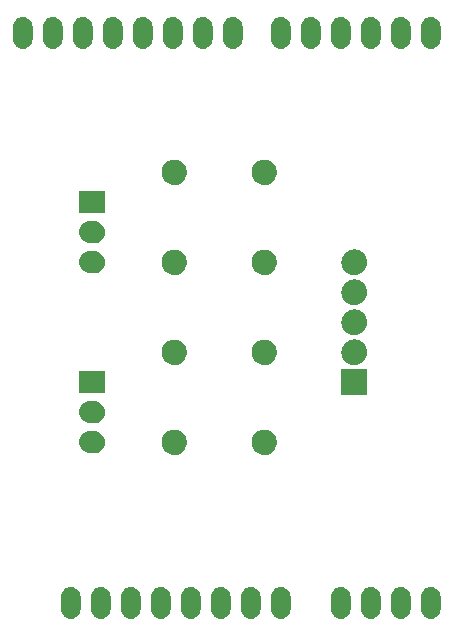
<source format=gbs>
%TF.GenerationSoftware,KiCad,Pcbnew,4.0.5-e0-6337~49~ubuntu16.04.1*%
%TF.CreationDate,2017-05-08T14:00:32-07:00*%
%TF.ProjectId,Arduino-Shield,41726475696E6F2D536869656C642E6B,1.0*%
%TF.FileFunction,Soldermask,Bot*%
%FSLAX46Y46*%
G04 Gerber Fmt 4.6, Leading zero omitted, Abs format (unit mm)*
G04 Created by KiCad (PCBNEW 4.0.5-e0-6337~49~ubuntu16.04.1) date Mon May  8 14:00:32 2017*
%MOMM*%
%LPD*%
G01*
G04 APERTURE LIST*
%ADD10C,0.350000*%
G04 APERTURE END LIST*
D10*
G36*
X59096544Y-97216406D02*
X59252816Y-97264780D01*
X59396715Y-97342587D01*
X59522762Y-97446862D01*
X59626155Y-97573633D01*
X59702954Y-97718073D01*
X59750237Y-97874679D01*
X59766200Y-98037486D01*
X59766200Y-99066546D01*
X59766133Y-99076159D01*
X59766132Y-99076165D01*
X59766118Y-99078217D01*
X59747883Y-99240786D01*
X59698419Y-99396716D01*
X59619610Y-99540069D01*
X59514458Y-99665385D01*
X59386967Y-99767890D01*
X59241995Y-99843680D01*
X59085063Y-99889867D01*
X59085022Y-99889871D01*
X59085018Y-99889872D01*
X58922151Y-99904694D01*
X58922148Y-99904694D01*
X58759456Y-99887594D01*
X58603184Y-99839220D01*
X58459285Y-99761413D01*
X58333238Y-99657138D01*
X58229845Y-99530367D01*
X58153046Y-99385927D01*
X58105763Y-99229321D01*
X58089800Y-99066514D01*
X58089800Y-98037454D01*
X58089867Y-98027841D01*
X58089868Y-98027835D01*
X58089882Y-98025783D01*
X58108117Y-97863214D01*
X58157581Y-97707284D01*
X58236390Y-97563931D01*
X58341542Y-97438615D01*
X58469033Y-97336110D01*
X58614005Y-97260320D01*
X58770937Y-97214133D01*
X58770978Y-97214129D01*
X58770982Y-97214128D01*
X58933850Y-97199306D01*
X58933852Y-97199306D01*
X59096544Y-97216406D01*
X59096544Y-97216406D01*
G37*
G36*
X31156544Y-97216406D02*
X31312816Y-97264780D01*
X31456715Y-97342587D01*
X31582762Y-97446862D01*
X31686155Y-97573633D01*
X31762954Y-97718073D01*
X31810237Y-97874679D01*
X31826200Y-98037486D01*
X31826200Y-99066546D01*
X31826133Y-99076159D01*
X31826132Y-99076165D01*
X31826118Y-99078217D01*
X31807883Y-99240786D01*
X31758419Y-99396716D01*
X31679610Y-99540069D01*
X31574458Y-99665385D01*
X31446967Y-99767890D01*
X31301995Y-99843680D01*
X31145063Y-99889867D01*
X31145022Y-99889871D01*
X31145018Y-99889872D01*
X30982151Y-99904694D01*
X30982148Y-99904694D01*
X30819456Y-99887594D01*
X30663184Y-99839220D01*
X30519285Y-99761413D01*
X30393238Y-99657138D01*
X30289845Y-99530367D01*
X30213046Y-99385927D01*
X30165763Y-99229321D01*
X30149800Y-99066514D01*
X30149800Y-98037454D01*
X30149867Y-98027841D01*
X30149868Y-98027835D01*
X30149882Y-98025783D01*
X30168117Y-97863214D01*
X30217581Y-97707284D01*
X30296390Y-97563931D01*
X30401542Y-97438615D01*
X30529033Y-97336110D01*
X30674005Y-97260320D01*
X30830937Y-97214133D01*
X30830978Y-97214129D01*
X30830982Y-97214128D01*
X30993850Y-97199306D01*
X30993852Y-97199306D01*
X31156544Y-97216406D01*
X31156544Y-97216406D01*
G37*
G36*
X51476544Y-97216406D02*
X51632816Y-97264780D01*
X51776715Y-97342587D01*
X51902762Y-97446862D01*
X52006155Y-97573633D01*
X52082954Y-97718073D01*
X52130237Y-97874679D01*
X52146200Y-98037486D01*
X52146200Y-99066546D01*
X52146133Y-99076159D01*
X52146132Y-99076165D01*
X52146118Y-99078217D01*
X52127883Y-99240786D01*
X52078419Y-99396716D01*
X51999610Y-99540069D01*
X51894458Y-99665385D01*
X51766967Y-99767890D01*
X51621995Y-99843680D01*
X51465063Y-99889867D01*
X51465022Y-99889871D01*
X51465018Y-99889872D01*
X51302151Y-99904694D01*
X51302148Y-99904694D01*
X51139456Y-99887594D01*
X50983184Y-99839220D01*
X50839285Y-99761413D01*
X50713238Y-99657138D01*
X50609845Y-99530367D01*
X50533046Y-99385927D01*
X50485763Y-99229321D01*
X50469800Y-99066514D01*
X50469800Y-98037454D01*
X50469867Y-98027841D01*
X50469868Y-98027835D01*
X50469882Y-98025783D01*
X50488117Y-97863214D01*
X50537581Y-97707284D01*
X50616390Y-97563931D01*
X50721542Y-97438615D01*
X50849033Y-97336110D01*
X50994005Y-97260320D01*
X51150937Y-97214133D01*
X51150978Y-97214129D01*
X51150982Y-97214128D01*
X51313850Y-97199306D01*
X51313852Y-97199306D01*
X51476544Y-97216406D01*
X51476544Y-97216406D01*
G37*
G36*
X54016544Y-97216406D02*
X54172816Y-97264780D01*
X54316715Y-97342587D01*
X54442762Y-97446862D01*
X54546155Y-97573633D01*
X54622954Y-97718073D01*
X54670237Y-97874679D01*
X54686200Y-98037486D01*
X54686200Y-99066546D01*
X54686133Y-99076159D01*
X54686132Y-99076165D01*
X54686118Y-99078217D01*
X54667883Y-99240786D01*
X54618419Y-99396716D01*
X54539610Y-99540069D01*
X54434458Y-99665385D01*
X54306967Y-99767890D01*
X54161995Y-99843680D01*
X54005063Y-99889867D01*
X54005022Y-99889871D01*
X54005018Y-99889872D01*
X53842151Y-99904694D01*
X53842148Y-99904694D01*
X53679456Y-99887594D01*
X53523184Y-99839220D01*
X53379285Y-99761413D01*
X53253238Y-99657138D01*
X53149845Y-99530367D01*
X53073046Y-99385927D01*
X53025763Y-99229321D01*
X53009800Y-99066514D01*
X53009800Y-98037454D01*
X53009867Y-98027841D01*
X53009868Y-98027835D01*
X53009882Y-98025783D01*
X53028117Y-97863214D01*
X53077581Y-97707284D01*
X53156390Y-97563931D01*
X53261542Y-97438615D01*
X53389033Y-97336110D01*
X53534005Y-97260320D01*
X53690937Y-97214133D01*
X53690978Y-97214129D01*
X53690982Y-97214128D01*
X53853850Y-97199306D01*
X53853852Y-97199306D01*
X54016544Y-97216406D01*
X54016544Y-97216406D01*
G37*
G36*
X56556544Y-97216406D02*
X56712816Y-97264780D01*
X56856715Y-97342587D01*
X56982762Y-97446862D01*
X57086155Y-97573633D01*
X57162954Y-97718073D01*
X57210237Y-97874679D01*
X57226200Y-98037486D01*
X57226200Y-99066546D01*
X57226133Y-99076159D01*
X57226132Y-99076165D01*
X57226118Y-99078217D01*
X57207883Y-99240786D01*
X57158419Y-99396716D01*
X57079610Y-99540069D01*
X56974458Y-99665385D01*
X56846967Y-99767890D01*
X56701995Y-99843680D01*
X56545063Y-99889867D01*
X56545022Y-99889871D01*
X56545018Y-99889872D01*
X56382151Y-99904694D01*
X56382148Y-99904694D01*
X56219456Y-99887594D01*
X56063184Y-99839220D01*
X55919285Y-99761413D01*
X55793238Y-99657138D01*
X55689845Y-99530367D01*
X55613046Y-99385927D01*
X55565763Y-99229321D01*
X55549800Y-99066514D01*
X55549800Y-98037454D01*
X55549867Y-98027841D01*
X55549868Y-98027835D01*
X55549882Y-98025783D01*
X55568117Y-97863214D01*
X55617581Y-97707284D01*
X55696390Y-97563931D01*
X55801542Y-97438615D01*
X55929033Y-97336110D01*
X56074005Y-97260320D01*
X56230937Y-97214133D01*
X56230978Y-97214129D01*
X56230982Y-97214128D01*
X56393850Y-97199306D01*
X56393852Y-97199306D01*
X56556544Y-97216406D01*
X56556544Y-97216406D01*
G37*
G36*
X46396544Y-97216406D02*
X46552816Y-97264780D01*
X46696715Y-97342587D01*
X46822762Y-97446862D01*
X46926155Y-97573633D01*
X47002954Y-97718073D01*
X47050237Y-97874679D01*
X47066200Y-98037486D01*
X47066200Y-99066546D01*
X47066133Y-99076159D01*
X47066132Y-99076165D01*
X47066118Y-99078217D01*
X47047883Y-99240786D01*
X46998419Y-99396716D01*
X46919610Y-99540069D01*
X46814458Y-99665385D01*
X46686967Y-99767890D01*
X46541995Y-99843680D01*
X46385063Y-99889867D01*
X46385022Y-99889871D01*
X46385018Y-99889872D01*
X46222151Y-99904694D01*
X46222148Y-99904694D01*
X46059456Y-99887594D01*
X45903184Y-99839220D01*
X45759285Y-99761413D01*
X45633238Y-99657138D01*
X45529845Y-99530367D01*
X45453046Y-99385927D01*
X45405763Y-99229321D01*
X45389800Y-99066514D01*
X45389800Y-98037454D01*
X45389867Y-98027841D01*
X45389868Y-98027835D01*
X45389882Y-98025783D01*
X45408117Y-97863214D01*
X45457581Y-97707284D01*
X45536390Y-97563931D01*
X45641542Y-97438615D01*
X45769033Y-97336110D01*
X45914005Y-97260320D01*
X46070937Y-97214133D01*
X46070978Y-97214129D01*
X46070982Y-97214128D01*
X46233850Y-97199306D01*
X46233852Y-97199306D01*
X46396544Y-97216406D01*
X46396544Y-97216406D01*
G37*
G36*
X41316544Y-97216406D02*
X41472816Y-97264780D01*
X41616715Y-97342587D01*
X41742762Y-97446862D01*
X41846155Y-97573633D01*
X41922954Y-97718073D01*
X41970237Y-97874679D01*
X41986200Y-98037486D01*
X41986200Y-99066546D01*
X41986133Y-99076159D01*
X41986132Y-99076165D01*
X41986118Y-99078217D01*
X41967883Y-99240786D01*
X41918419Y-99396716D01*
X41839610Y-99540069D01*
X41734458Y-99665385D01*
X41606967Y-99767890D01*
X41461995Y-99843680D01*
X41305063Y-99889867D01*
X41305022Y-99889871D01*
X41305018Y-99889872D01*
X41142151Y-99904694D01*
X41142148Y-99904694D01*
X40979456Y-99887594D01*
X40823184Y-99839220D01*
X40679285Y-99761413D01*
X40553238Y-99657138D01*
X40449845Y-99530367D01*
X40373046Y-99385927D01*
X40325763Y-99229321D01*
X40309800Y-99066514D01*
X40309800Y-98037454D01*
X40309867Y-98027841D01*
X40309868Y-98027835D01*
X40309882Y-98025783D01*
X40328117Y-97863214D01*
X40377581Y-97707284D01*
X40456390Y-97563931D01*
X40561542Y-97438615D01*
X40689033Y-97336110D01*
X40834005Y-97260320D01*
X40990937Y-97214133D01*
X40990978Y-97214129D01*
X40990982Y-97214128D01*
X41153850Y-97199306D01*
X41153852Y-97199306D01*
X41316544Y-97216406D01*
X41316544Y-97216406D01*
G37*
G36*
X28616544Y-97216406D02*
X28772816Y-97264780D01*
X28916715Y-97342587D01*
X29042762Y-97446862D01*
X29146155Y-97573633D01*
X29222954Y-97718073D01*
X29270237Y-97874679D01*
X29286200Y-98037486D01*
X29286200Y-99066546D01*
X29286133Y-99076159D01*
X29286132Y-99076165D01*
X29286118Y-99078217D01*
X29267883Y-99240786D01*
X29218419Y-99396716D01*
X29139610Y-99540069D01*
X29034458Y-99665385D01*
X28906967Y-99767890D01*
X28761995Y-99843680D01*
X28605063Y-99889867D01*
X28605022Y-99889871D01*
X28605018Y-99889872D01*
X28442151Y-99904694D01*
X28442148Y-99904694D01*
X28279456Y-99887594D01*
X28123184Y-99839220D01*
X27979285Y-99761413D01*
X27853238Y-99657138D01*
X27749845Y-99530367D01*
X27673046Y-99385927D01*
X27625763Y-99229321D01*
X27609800Y-99066514D01*
X27609800Y-98037454D01*
X27609867Y-98027841D01*
X27609868Y-98027835D01*
X27609882Y-98025783D01*
X27628117Y-97863214D01*
X27677581Y-97707284D01*
X27756390Y-97563931D01*
X27861542Y-97438615D01*
X27989033Y-97336110D01*
X28134005Y-97260320D01*
X28290937Y-97214133D01*
X28290978Y-97214129D01*
X28290982Y-97214128D01*
X28453850Y-97199306D01*
X28453852Y-97199306D01*
X28616544Y-97216406D01*
X28616544Y-97216406D01*
G37*
G36*
X38776544Y-97216406D02*
X38932816Y-97264780D01*
X39076715Y-97342587D01*
X39202762Y-97446862D01*
X39306155Y-97573633D01*
X39382954Y-97718073D01*
X39430237Y-97874679D01*
X39446200Y-98037486D01*
X39446200Y-99066546D01*
X39446133Y-99076159D01*
X39446132Y-99076165D01*
X39446118Y-99078217D01*
X39427883Y-99240786D01*
X39378419Y-99396716D01*
X39299610Y-99540069D01*
X39194458Y-99665385D01*
X39066967Y-99767890D01*
X38921995Y-99843680D01*
X38765063Y-99889867D01*
X38765022Y-99889871D01*
X38765018Y-99889872D01*
X38602151Y-99904694D01*
X38602148Y-99904694D01*
X38439456Y-99887594D01*
X38283184Y-99839220D01*
X38139285Y-99761413D01*
X38013238Y-99657138D01*
X37909845Y-99530367D01*
X37833046Y-99385927D01*
X37785763Y-99229321D01*
X37769800Y-99066514D01*
X37769800Y-98037454D01*
X37769867Y-98027841D01*
X37769868Y-98027835D01*
X37769882Y-98025783D01*
X37788117Y-97863214D01*
X37837581Y-97707284D01*
X37916390Y-97563931D01*
X38021542Y-97438615D01*
X38149033Y-97336110D01*
X38294005Y-97260320D01*
X38450937Y-97214133D01*
X38450978Y-97214129D01*
X38450982Y-97214128D01*
X38613850Y-97199306D01*
X38613852Y-97199306D01*
X38776544Y-97216406D01*
X38776544Y-97216406D01*
G37*
G36*
X33696544Y-97216406D02*
X33852816Y-97264780D01*
X33996715Y-97342587D01*
X34122762Y-97446862D01*
X34226155Y-97573633D01*
X34302954Y-97718073D01*
X34350237Y-97874679D01*
X34366200Y-98037486D01*
X34366200Y-99066546D01*
X34366133Y-99076159D01*
X34366132Y-99076165D01*
X34366118Y-99078217D01*
X34347883Y-99240786D01*
X34298419Y-99396716D01*
X34219610Y-99540069D01*
X34114458Y-99665385D01*
X33986967Y-99767890D01*
X33841995Y-99843680D01*
X33685063Y-99889867D01*
X33685022Y-99889871D01*
X33685018Y-99889872D01*
X33522151Y-99904694D01*
X33522148Y-99904694D01*
X33359456Y-99887594D01*
X33203184Y-99839220D01*
X33059285Y-99761413D01*
X32933238Y-99657138D01*
X32829845Y-99530367D01*
X32753046Y-99385927D01*
X32705763Y-99229321D01*
X32689800Y-99066514D01*
X32689800Y-98037454D01*
X32689867Y-98027841D01*
X32689868Y-98027835D01*
X32689882Y-98025783D01*
X32708117Y-97863214D01*
X32757581Y-97707284D01*
X32836390Y-97563931D01*
X32941542Y-97438615D01*
X33069033Y-97336110D01*
X33214005Y-97260320D01*
X33370937Y-97214133D01*
X33370978Y-97214129D01*
X33370982Y-97214128D01*
X33533850Y-97199306D01*
X33533852Y-97199306D01*
X33696544Y-97216406D01*
X33696544Y-97216406D01*
G37*
G36*
X36236544Y-97216406D02*
X36392816Y-97264780D01*
X36536715Y-97342587D01*
X36662762Y-97446862D01*
X36766155Y-97573633D01*
X36842954Y-97718073D01*
X36890237Y-97874679D01*
X36906200Y-98037486D01*
X36906200Y-99066546D01*
X36906133Y-99076159D01*
X36906132Y-99076165D01*
X36906118Y-99078217D01*
X36887883Y-99240786D01*
X36838419Y-99396716D01*
X36759610Y-99540069D01*
X36654458Y-99665385D01*
X36526967Y-99767890D01*
X36381995Y-99843680D01*
X36225063Y-99889867D01*
X36225022Y-99889871D01*
X36225018Y-99889872D01*
X36062151Y-99904694D01*
X36062148Y-99904694D01*
X35899456Y-99887594D01*
X35743184Y-99839220D01*
X35599285Y-99761413D01*
X35473238Y-99657138D01*
X35369845Y-99530367D01*
X35293046Y-99385927D01*
X35245763Y-99229321D01*
X35229800Y-99066514D01*
X35229800Y-98037454D01*
X35229867Y-98027841D01*
X35229868Y-98027835D01*
X35229882Y-98025783D01*
X35248117Y-97863214D01*
X35297581Y-97707284D01*
X35376390Y-97563931D01*
X35481542Y-97438615D01*
X35609033Y-97336110D01*
X35754005Y-97260320D01*
X35910937Y-97214133D01*
X35910978Y-97214129D01*
X35910982Y-97214128D01*
X36073850Y-97199306D01*
X36073852Y-97199306D01*
X36236544Y-97216406D01*
X36236544Y-97216406D01*
G37*
G36*
X43856544Y-97216406D02*
X44012816Y-97264780D01*
X44156715Y-97342587D01*
X44282762Y-97446862D01*
X44386155Y-97573633D01*
X44462954Y-97718073D01*
X44510237Y-97874679D01*
X44526200Y-98037486D01*
X44526200Y-99066546D01*
X44526133Y-99076159D01*
X44526132Y-99076165D01*
X44526118Y-99078217D01*
X44507883Y-99240786D01*
X44458419Y-99396716D01*
X44379610Y-99540069D01*
X44274458Y-99665385D01*
X44146967Y-99767890D01*
X44001995Y-99843680D01*
X43845063Y-99889867D01*
X43845022Y-99889871D01*
X43845018Y-99889872D01*
X43682151Y-99904694D01*
X43682148Y-99904694D01*
X43519456Y-99887594D01*
X43363184Y-99839220D01*
X43219285Y-99761413D01*
X43093238Y-99657138D01*
X42989845Y-99530367D01*
X42913046Y-99385927D01*
X42865763Y-99229321D01*
X42849800Y-99066514D01*
X42849800Y-98037454D01*
X42849867Y-98027841D01*
X42849868Y-98027835D01*
X42849882Y-98025783D01*
X42868117Y-97863214D01*
X42917581Y-97707284D01*
X42996390Y-97563931D01*
X43101542Y-97438615D01*
X43229033Y-97336110D01*
X43374005Y-97260320D01*
X43530937Y-97214133D01*
X43530978Y-97214129D01*
X43530982Y-97214128D01*
X43693850Y-97199306D01*
X43693852Y-97199306D01*
X43856544Y-97216406D01*
X43856544Y-97216406D01*
G37*
G36*
X37323988Y-83888024D02*
X37530626Y-83930441D01*
X37725104Y-84012192D01*
X37899991Y-84130155D01*
X38048636Y-84279841D01*
X38165375Y-84455548D01*
X38245763Y-84650584D01*
X38286669Y-84857174D01*
X38286669Y-84857184D01*
X38286736Y-84857523D01*
X38283372Y-85098472D01*
X38283295Y-85098810D01*
X38283295Y-85098819D01*
X38236637Y-85304187D01*
X38150836Y-85496899D01*
X38029234Y-85669280D01*
X37876466Y-85814759D01*
X37698353Y-85927793D01*
X37501672Y-86004080D01*
X37293927Y-86040712D01*
X37083017Y-86036293D01*
X36876984Y-85990995D01*
X36683672Y-85906538D01*
X36510451Y-85786146D01*
X36363909Y-85634399D01*
X36249633Y-85457076D01*
X36171973Y-85260931D01*
X36133893Y-85053449D01*
X36136838Y-84842515D01*
X36180699Y-84636168D01*
X36263802Y-84442274D01*
X36382985Y-84268212D01*
X36533704Y-84120616D01*
X36710225Y-84005105D01*
X36905819Y-83926079D01*
X37113033Y-83886552D01*
X37323988Y-83888024D01*
X37323988Y-83888024D01*
G37*
G36*
X44943988Y-83888024D02*
X45150626Y-83930441D01*
X45345104Y-84012192D01*
X45519991Y-84130155D01*
X45668636Y-84279841D01*
X45785375Y-84455548D01*
X45865763Y-84650584D01*
X45906669Y-84857174D01*
X45906669Y-84857184D01*
X45906736Y-84857523D01*
X45903372Y-85098472D01*
X45903295Y-85098810D01*
X45903295Y-85098819D01*
X45856637Y-85304187D01*
X45770836Y-85496899D01*
X45649234Y-85669280D01*
X45496466Y-85814759D01*
X45318353Y-85927793D01*
X45121672Y-86004080D01*
X44913927Y-86040712D01*
X44703017Y-86036293D01*
X44496984Y-85990995D01*
X44303672Y-85906538D01*
X44130451Y-85786146D01*
X43983909Y-85634399D01*
X43869633Y-85457076D01*
X43791973Y-85260931D01*
X43753893Y-85053449D01*
X43756838Y-84842515D01*
X43800699Y-84636168D01*
X43883802Y-84442274D01*
X44002985Y-84268212D01*
X44153704Y-84120616D01*
X44330225Y-84005105D01*
X44525819Y-83926079D01*
X44733033Y-83886552D01*
X44943988Y-83888024D01*
X44943988Y-83888024D01*
G37*
G36*
X30394749Y-84023277D02*
X30394754Y-84023278D01*
X30396807Y-84023292D01*
X30579080Y-84043737D01*
X30753912Y-84099197D01*
X30914641Y-84187558D01*
X31055146Y-84305456D01*
X31170076Y-84448400D01*
X31255052Y-84610945D01*
X31306839Y-84786899D01*
X31306843Y-84786940D01*
X31306844Y-84786944D01*
X31323463Y-84969558D01*
X31309913Y-85098472D01*
X31304290Y-85151973D01*
X31250052Y-85327187D01*
X31162815Y-85488529D01*
X31045900Y-85629855D01*
X30903762Y-85745779D01*
X30741815Y-85831888D01*
X30566226Y-85884902D01*
X30383685Y-85902800D01*
X30068283Y-85902800D01*
X30057251Y-85902723D01*
X30057246Y-85902722D01*
X30055193Y-85902708D01*
X29872920Y-85882263D01*
X29698088Y-85826803D01*
X29537359Y-85738442D01*
X29396854Y-85620544D01*
X29281924Y-85477600D01*
X29196948Y-85315055D01*
X29145161Y-85139101D01*
X29145157Y-85139060D01*
X29145156Y-85139056D01*
X29128537Y-84956442D01*
X29147705Y-84774074D01*
X29147710Y-84774027D01*
X29201948Y-84598813D01*
X29289185Y-84437471D01*
X29406100Y-84296145D01*
X29548238Y-84180221D01*
X29710185Y-84094112D01*
X29885774Y-84041098D01*
X30068315Y-84023200D01*
X30383717Y-84023200D01*
X30394749Y-84023277D01*
X30394749Y-84023277D01*
G37*
G36*
X30394749Y-81483277D02*
X30394754Y-81483278D01*
X30396807Y-81483292D01*
X30579080Y-81503737D01*
X30753912Y-81559197D01*
X30914641Y-81647558D01*
X31055146Y-81765456D01*
X31170076Y-81908400D01*
X31255052Y-82070945D01*
X31306839Y-82246899D01*
X31306843Y-82246940D01*
X31306844Y-82246944D01*
X31323463Y-82429558D01*
X31305648Y-82599056D01*
X31304290Y-82611973D01*
X31250052Y-82787187D01*
X31162815Y-82948529D01*
X31045900Y-83089855D01*
X30903762Y-83205779D01*
X30741815Y-83291888D01*
X30566226Y-83344902D01*
X30383685Y-83362800D01*
X30068283Y-83362800D01*
X30057251Y-83362723D01*
X30057246Y-83362722D01*
X30055193Y-83362708D01*
X29872920Y-83342263D01*
X29698088Y-83286803D01*
X29537359Y-83198442D01*
X29396854Y-83080544D01*
X29281924Y-82937600D01*
X29196948Y-82775055D01*
X29145161Y-82599101D01*
X29145157Y-82599060D01*
X29145156Y-82599056D01*
X29128537Y-82416442D01*
X29147705Y-82234074D01*
X29147710Y-82234027D01*
X29201948Y-82058813D01*
X29289185Y-81897471D01*
X29406100Y-81756145D01*
X29548238Y-81640221D01*
X29710185Y-81554112D01*
X29885774Y-81501098D01*
X30068315Y-81483200D01*
X30383717Y-81483200D01*
X30394749Y-81483277D01*
X30394749Y-81483277D01*
G37*
G36*
X53543200Y-80975200D02*
X51358800Y-80975200D01*
X51358800Y-78790800D01*
X53543200Y-78790800D01*
X53543200Y-80975200D01*
X53543200Y-80975200D01*
G37*
G36*
X31318200Y-80822800D02*
X29133800Y-80822800D01*
X29133800Y-78943200D01*
X31318200Y-78943200D01*
X31318200Y-80822800D01*
X31318200Y-80822800D01*
G37*
G36*
X52462395Y-76250842D02*
X52471534Y-76250906D01*
X52683366Y-76274667D01*
X52886548Y-76339120D01*
X53073342Y-76441811D01*
X53236632Y-76578828D01*
X53370199Y-76744951D01*
X53468955Y-76933855D01*
X53529139Y-77138342D01*
X53529143Y-77138383D01*
X53529144Y-77138387D01*
X53548459Y-77350623D01*
X53526183Y-77562570D01*
X53526181Y-77562575D01*
X53526177Y-77562617D01*
X53463144Y-77766245D01*
X53361760Y-77953750D01*
X53225886Y-78117993D01*
X53060699Y-78252717D01*
X52872490Y-78352789D01*
X52668428Y-78414399D01*
X52456285Y-78435200D01*
X52445679Y-78435200D01*
X52439605Y-78435158D01*
X52430466Y-78435094D01*
X52218634Y-78411333D01*
X52015452Y-78346880D01*
X51828658Y-78244189D01*
X51665368Y-78107172D01*
X51531801Y-77941049D01*
X51433045Y-77752145D01*
X51372861Y-77547658D01*
X51372857Y-77547617D01*
X51372856Y-77547613D01*
X51353541Y-77335377D01*
X51375817Y-77123430D01*
X51375819Y-77123425D01*
X51375823Y-77123383D01*
X51438856Y-76919755D01*
X51540240Y-76732250D01*
X51676114Y-76568007D01*
X51841301Y-76433283D01*
X52029510Y-76333211D01*
X52233572Y-76271601D01*
X52445715Y-76250800D01*
X52456321Y-76250800D01*
X52462395Y-76250842D01*
X52462395Y-76250842D01*
G37*
G36*
X37323988Y-76268024D02*
X37530626Y-76310441D01*
X37725104Y-76392192D01*
X37899991Y-76510155D01*
X38048636Y-76659841D01*
X38165375Y-76835548D01*
X38245763Y-77030584D01*
X38286669Y-77237174D01*
X38286669Y-77237184D01*
X38286736Y-77237523D01*
X38283372Y-77478472D01*
X38283295Y-77478810D01*
X38283295Y-77478819D01*
X38236637Y-77684187D01*
X38150836Y-77876899D01*
X38029234Y-78049280D01*
X37876466Y-78194759D01*
X37698353Y-78307793D01*
X37501672Y-78384080D01*
X37293927Y-78420712D01*
X37083017Y-78416293D01*
X36876984Y-78370995D01*
X36683672Y-78286538D01*
X36510451Y-78166146D01*
X36363909Y-78014399D01*
X36249633Y-77837076D01*
X36171973Y-77640931D01*
X36133893Y-77433449D01*
X36136838Y-77222515D01*
X36180699Y-77016168D01*
X36263802Y-76822274D01*
X36382985Y-76648212D01*
X36533704Y-76500616D01*
X36710225Y-76385105D01*
X36905819Y-76306079D01*
X37113033Y-76266552D01*
X37323988Y-76268024D01*
X37323988Y-76268024D01*
G37*
G36*
X44943988Y-76268024D02*
X45150626Y-76310441D01*
X45345104Y-76392192D01*
X45519991Y-76510155D01*
X45668636Y-76659841D01*
X45785375Y-76835548D01*
X45865763Y-77030584D01*
X45906669Y-77237174D01*
X45906669Y-77237184D01*
X45906736Y-77237523D01*
X45903372Y-77478472D01*
X45903295Y-77478810D01*
X45903295Y-77478819D01*
X45856637Y-77684187D01*
X45770836Y-77876899D01*
X45649234Y-78049280D01*
X45496466Y-78194759D01*
X45318353Y-78307793D01*
X45121672Y-78384080D01*
X44913927Y-78420712D01*
X44703017Y-78416293D01*
X44496984Y-78370995D01*
X44303672Y-78286538D01*
X44130451Y-78166146D01*
X43983909Y-78014399D01*
X43869633Y-77837076D01*
X43791973Y-77640931D01*
X43753893Y-77433449D01*
X43756838Y-77222515D01*
X43800699Y-77016168D01*
X43883802Y-76822274D01*
X44002985Y-76648212D01*
X44153704Y-76500616D01*
X44330225Y-76385105D01*
X44525819Y-76306079D01*
X44733033Y-76266552D01*
X44943988Y-76268024D01*
X44943988Y-76268024D01*
G37*
G36*
X52462395Y-73710842D02*
X52471534Y-73710906D01*
X52683366Y-73734667D01*
X52886548Y-73799120D01*
X53073342Y-73901811D01*
X53236632Y-74038828D01*
X53370199Y-74204951D01*
X53468955Y-74393855D01*
X53529139Y-74598342D01*
X53529143Y-74598383D01*
X53529144Y-74598387D01*
X53548459Y-74810623D01*
X53526183Y-75022570D01*
X53526181Y-75022575D01*
X53526177Y-75022617D01*
X53463144Y-75226245D01*
X53361760Y-75413750D01*
X53225886Y-75577993D01*
X53060699Y-75712717D01*
X52872490Y-75812789D01*
X52668428Y-75874399D01*
X52456285Y-75895200D01*
X52445679Y-75895200D01*
X52439605Y-75895158D01*
X52430466Y-75895094D01*
X52218634Y-75871333D01*
X52015452Y-75806880D01*
X51828658Y-75704189D01*
X51665368Y-75567172D01*
X51531801Y-75401049D01*
X51433045Y-75212145D01*
X51372861Y-75007658D01*
X51372857Y-75007617D01*
X51372856Y-75007613D01*
X51353541Y-74795377D01*
X51375817Y-74583430D01*
X51375819Y-74583425D01*
X51375823Y-74583383D01*
X51438856Y-74379755D01*
X51540240Y-74192250D01*
X51676114Y-74028007D01*
X51841301Y-73893283D01*
X52029510Y-73793211D01*
X52233572Y-73731601D01*
X52445715Y-73710800D01*
X52456321Y-73710800D01*
X52462395Y-73710842D01*
X52462395Y-73710842D01*
G37*
G36*
X52462395Y-71170842D02*
X52471534Y-71170906D01*
X52683366Y-71194667D01*
X52886548Y-71259120D01*
X53073342Y-71361811D01*
X53236632Y-71498828D01*
X53370199Y-71664951D01*
X53468955Y-71853855D01*
X53529139Y-72058342D01*
X53529143Y-72058383D01*
X53529144Y-72058387D01*
X53548459Y-72270623D01*
X53526183Y-72482570D01*
X53526181Y-72482575D01*
X53526177Y-72482617D01*
X53463144Y-72686245D01*
X53361760Y-72873750D01*
X53225886Y-73037993D01*
X53060699Y-73172717D01*
X52872490Y-73272789D01*
X52668428Y-73334399D01*
X52456285Y-73355200D01*
X52445679Y-73355200D01*
X52439605Y-73355158D01*
X52430466Y-73355094D01*
X52218634Y-73331333D01*
X52015452Y-73266880D01*
X51828658Y-73164189D01*
X51665368Y-73027172D01*
X51531801Y-72861049D01*
X51433045Y-72672145D01*
X51372861Y-72467658D01*
X51372857Y-72467617D01*
X51372856Y-72467613D01*
X51353541Y-72255377D01*
X51375817Y-72043430D01*
X51375819Y-72043425D01*
X51375823Y-72043383D01*
X51438856Y-71839755D01*
X51540240Y-71652250D01*
X51676114Y-71488007D01*
X51841301Y-71353283D01*
X52029510Y-71253211D01*
X52233572Y-71191601D01*
X52445715Y-71170800D01*
X52456321Y-71170800D01*
X52462395Y-71170842D01*
X52462395Y-71170842D01*
G37*
G36*
X52462395Y-68630842D02*
X52471534Y-68630906D01*
X52683366Y-68654667D01*
X52886548Y-68719120D01*
X53073342Y-68821811D01*
X53236632Y-68958828D01*
X53370199Y-69124951D01*
X53468955Y-69313855D01*
X53529139Y-69518342D01*
X53529143Y-69518383D01*
X53529144Y-69518387D01*
X53548459Y-69730623D01*
X53526183Y-69942570D01*
X53526181Y-69942575D01*
X53526177Y-69942617D01*
X53463144Y-70146245D01*
X53361760Y-70333750D01*
X53225886Y-70497993D01*
X53060699Y-70632717D01*
X52872490Y-70732789D01*
X52668428Y-70794399D01*
X52456285Y-70815200D01*
X52445679Y-70815200D01*
X52439605Y-70815158D01*
X52430466Y-70815094D01*
X52218634Y-70791333D01*
X52015452Y-70726880D01*
X51828658Y-70624189D01*
X51665368Y-70487172D01*
X51531801Y-70321049D01*
X51433045Y-70132145D01*
X51372861Y-69927658D01*
X51372857Y-69927617D01*
X51372856Y-69927613D01*
X51353541Y-69715377D01*
X51375817Y-69503430D01*
X51375819Y-69503425D01*
X51375823Y-69503383D01*
X51438856Y-69299755D01*
X51540240Y-69112250D01*
X51676114Y-68948007D01*
X51841301Y-68813283D01*
X52029510Y-68713211D01*
X52233572Y-68651601D01*
X52445715Y-68630800D01*
X52456321Y-68630800D01*
X52462395Y-68630842D01*
X52462395Y-68630842D01*
G37*
G36*
X37323988Y-68648024D02*
X37530626Y-68690441D01*
X37725104Y-68772192D01*
X37899991Y-68890155D01*
X38048636Y-69039841D01*
X38165375Y-69215548D01*
X38245763Y-69410584D01*
X38286669Y-69617174D01*
X38286669Y-69617184D01*
X38286736Y-69617523D01*
X38283372Y-69858472D01*
X38283295Y-69858810D01*
X38283295Y-69858819D01*
X38236637Y-70064187D01*
X38150836Y-70256899D01*
X38029234Y-70429280D01*
X37876466Y-70574759D01*
X37698353Y-70687793D01*
X37501672Y-70764080D01*
X37293927Y-70800712D01*
X37083017Y-70796293D01*
X36876984Y-70750995D01*
X36683672Y-70666538D01*
X36510451Y-70546146D01*
X36363909Y-70394399D01*
X36249633Y-70217076D01*
X36171973Y-70020931D01*
X36133893Y-69813449D01*
X36136838Y-69602515D01*
X36180699Y-69396168D01*
X36263802Y-69202274D01*
X36382985Y-69028212D01*
X36533704Y-68880616D01*
X36710225Y-68765105D01*
X36905819Y-68686079D01*
X37113033Y-68646552D01*
X37323988Y-68648024D01*
X37323988Y-68648024D01*
G37*
G36*
X44943988Y-68648024D02*
X45150626Y-68690441D01*
X45345104Y-68772192D01*
X45519991Y-68890155D01*
X45668636Y-69039841D01*
X45785375Y-69215548D01*
X45865763Y-69410584D01*
X45906669Y-69617174D01*
X45906669Y-69617184D01*
X45906736Y-69617523D01*
X45903372Y-69858472D01*
X45903295Y-69858810D01*
X45903295Y-69858819D01*
X45856637Y-70064187D01*
X45770836Y-70256899D01*
X45649234Y-70429280D01*
X45496466Y-70574759D01*
X45318353Y-70687793D01*
X45121672Y-70764080D01*
X44913927Y-70800712D01*
X44703017Y-70796293D01*
X44496984Y-70750995D01*
X44303672Y-70666538D01*
X44130451Y-70546146D01*
X43983909Y-70394399D01*
X43869633Y-70217076D01*
X43791973Y-70020931D01*
X43753893Y-69813449D01*
X43756838Y-69602515D01*
X43800699Y-69396168D01*
X43883802Y-69202274D01*
X44002985Y-69028212D01*
X44153704Y-68880616D01*
X44330225Y-68765105D01*
X44525819Y-68686079D01*
X44733033Y-68646552D01*
X44943988Y-68648024D01*
X44943988Y-68648024D01*
G37*
G36*
X30394749Y-68783277D02*
X30394754Y-68783278D01*
X30396807Y-68783292D01*
X30579080Y-68803737D01*
X30753912Y-68859197D01*
X30914641Y-68947558D01*
X31055146Y-69065456D01*
X31170076Y-69208400D01*
X31255052Y-69370945D01*
X31306839Y-69546899D01*
X31306843Y-69546940D01*
X31306844Y-69546944D01*
X31323463Y-69729558D01*
X31309913Y-69858472D01*
X31304290Y-69911973D01*
X31250052Y-70087187D01*
X31162815Y-70248529D01*
X31045900Y-70389855D01*
X30903762Y-70505779D01*
X30741815Y-70591888D01*
X30566226Y-70644902D01*
X30383685Y-70662800D01*
X30068283Y-70662800D01*
X30057251Y-70662723D01*
X30057246Y-70662722D01*
X30055193Y-70662708D01*
X29872920Y-70642263D01*
X29698088Y-70586803D01*
X29537359Y-70498442D01*
X29396854Y-70380544D01*
X29281924Y-70237600D01*
X29196948Y-70075055D01*
X29145161Y-69899101D01*
X29145157Y-69899060D01*
X29145156Y-69899056D01*
X29128537Y-69716442D01*
X29147705Y-69534074D01*
X29147710Y-69534027D01*
X29201948Y-69358813D01*
X29289185Y-69197471D01*
X29406100Y-69056145D01*
X29548238Y-68940221D01*
X29710185Y-68854112D01*
X29885774Y-68801098D01*
X30068315Y-68783200D01*
X30383717Y-68783200D01*
X30394749Y-68783277D01*
X30394749Y-68783277D01*
G37*
G36*
X30394749Y-66243277D02*
X30394754Y-66243278D01*
X30396807Y-66243292D01*
X30579080Y-66263737D01*
X30753912Y-66319197D01*
X30914641Y-66407558D01*
X31055146Y-66525456D01*
X31170076Y-66668400D01*
X31255052Y-66830945D01*
X31306839Y-67006899D01*
X31306843Y-67006940D01*
X31306844Y-67006944D01*
X31323463Y-67189558D01*
X31305648Y-67359056D01*
X31304290Y-67371973D01*
X31250052Y-67547187D01*
X31162815Y-67708529D01*
X31045900Y-67849855D01*
X30903762Y-67965779D01*
X30741815Y-68051888D01*
X30566226Y-68104902D01*
X30383685Y-68122800D01*
X30068283Y-68122800D01*
X30057251Y-68122723D01*
X30057246Y-68122722D01*
X30055193Y-68122708D01*
X29872920Y-68102263D01*
X29698088Y-68046803D01*
X29537359Y-67958442D01*
X29396854Y-67840544D01*
X29281924Y-67697600D01*
X29196948Y-67535055D01*
X29145161Y-67359101D01*
X29145157Y-67359060D01*
X29145156Y-67359056D01*
X29128537Y-67176442D01*
X29147705Y-66994074D01*
X29147710Y-66994027D01*
X29201948Y-66818813D01*
X29289185Y-66657471D01*
X29406100Y-66516145D01*
X29548238Y-66400221D01*
X29710185Y-66314112D01*
X29885774Y-66261098D01*
X30068315Y-66243200D01*
X30383717Y-66243200D01*
X30394749Y-66243277D01*
X30394749Y-66243277D01*
G37*
G36*
X31318200Y-65582800D02*
X29133800Y-65582800D01*
X29133800Y-63703200D01*
X31318200Y-63703200D01*
X31318200Y-65582800D01*
X31318200Y-65582800D01*
G37*
G36*
X44943988Y-61028024D02*
X45150626Y-61070441D01*
X45345104Y-61152192D01*
X45519991Y-61270155D01*
X45668636Y-61419841D01*
X45785375Y-61595548D01*
X45865763Y-61790584D01*
X45906669Y-61997174D01*
X45906669Y-61997184D01*
X45906736Y-61997523D01*
X45903372Y-62238472D01*
X45903295Y-62238810D01*
X45903295Y-62238819D01*
X45856637Y-62444187D01*
X45770836Y-62636899D01*
X45649234Y-62809280D01*
X45496466Y-62954759D01*
X45318353Y-63067793D01*
X45121672Y-63144080D01*
X44913927Y-63180712D01*
X44703017Y-63176293D01*
X44496984Y-63130995D01*
X44303672Y-63046538D01*
X44130451Y-62926146D01*
X43983909Y-62774399D01*
X43869633Y-62597076D01*
X43791973Y-62400931D01*
X43753893Y-62193449D01*
X43756838Y-61982515D01*
X43800699Y-61776168D01*
X43883802Y-61582274D01*
X44002985Y-61408212D01*
X44153704Y-61260616D01*
X44330225Y-61145105D01*
X44525819Y-61066079D01*
X44733033Y-61026552D01*
X44943988Y-61028024D01*
X44943988Y-61028024D01*
G37*
G36*
X37323988Y-61028024D02*
X37530626Y-61070441D01*
X37725104Y-61152192D01*
X37899991Y-61270155D01*
X38048636Y-61419841D01*
X38165375Y-61595548D01*
X38245763Y-61790584D01*
X38286669Y-61997174D01*
X38286669Y-61997184D01*
X38286736Y-61997523D01*
X38283372Y-62238472D01*
X38283295Y-62238810D01*
X38283295Y-62238819D01*
X38236637Y-62444187D01*
X38150836Y-62636899D01*
X38029234Y-62809280D01*
X37876466Y-62954759D01*
X37698353Y-63067793D01*
X37501672Y-63144080D01*
X37293927Y-63180712D01*
X37083017Y-63176293D01*
X36876984Y-63130995D01*
X36683672Y-63046538D01*
X36510451Y-62926146D01*
X36363909Y-62774399D01*
X36249633Y-62597076D01*
X36171973Y-62400931D01*
X36133893Y-62193449D01*
X36136838Y-61982515D01*
X36180699Y-61776168D01*
X36263802Y-61582274D01*
X36382985Y-61408212D01*
X36533704Y-61260616D01*
X36710225Y-61145105D01*
X36905819Y-61066079D01*
X37113033Y-61026552D01*
X37323988Y-61028024D01*
X37323988Y-61028024D01*
G37*
G36*
X59096544Y-48956406D02*
X59252816Y-49004780D01*
X59396715Y-49082587D01*
X59522762Y-49186862D01*
X59626155Y-49313633D01*
X59702954Y-49458073D01*
X59750237Y-49614679D01*
X59766200Y-49777486D01*
X59766200Y-50806546D01*
X59766133Y-50816159D01*
X59766132Y-50816165D01*
X59766118Y-50818217D01*
X59747883Y-50980786D01*
X59698419Y-51136716D01*
X59619610Y-51280069D01*
X59514458Y-51405385D01*
X59386967Y-51507890D01*
X59241995Y-51583680D01*
X59085063Y-51629867D01*
X59085022Y-51629871D01*
X59085018Y-51629872D01*
X58922151Y-51644694D01*
X58922148Y-51644694D01*
X58759456Y-51627594D01*
X58603184Y-51579220D01*
X58459285Y-51501413D01*
X58333238Y-51397138D01*
X58229845Y-51270367D01*
X58153046Y-51125927D01*
X58105763Y-50969321D01*
X58089800Y-50806514D01*
X58089800Y-49777454D01*
X58089867Y-49767841D01*
X58089868Y-49767835D01*
X58089882Y-49765783D01*
X58108117Y-49603214D01*
X58157581Y-49447284D01*
X58236390Y-49303931D01*
X58341542Y-49178615D01*
X58469033Y-49076110D01*
X58614005Y-49000320D01*
X58770937Y-48954133D01*
X58770978Y-48954129D01*
X58770982Y-48954128D01*
X58933850Y-48939306D01*
X58933852Y-48939306D01*
X59096544Y-48956406D01*
X59096544Y-48956406D01*
G37*
G36*
X56556544Y-48956406D02*
X56712816Y-49004780D01*
X56856715Y-49082587D01*
X56982762Y-49186862D01*
X57086155Y-49313633D01*
X57162954Y-49458073D01*
X57210237Y-49614679D01*
X57226200Y-49777486D01*
X57226200Y-50806546D01*
X57226133Y-50816159D01*
X57226132Y-50816165D01*
X57226118Y-50818217D01*
X57207883Y-50980786D01*
X57158419Y-51136716D01*
X57079610Y-51280069D01*
X56974458Y-51405385D01*
X56846967Y-51507890D01*
X56701995Y-51583680D01*
X56545063Y-51629867D01*
X56545022Y-51629871D01*
X56545018Y-51629872D01*
X56382151Y-51644694D01*
X56382148Y-51644694D01*
X56219456Y-51627594D01*
X56063184Y-51579220D01*
X55919285Y-51501413D01*
X55793238Y-51397138D01*
X55689845Y-51270367D01*
X55613046Y-51125927D01*
X55565763Y-50969321D01*
X55549800Y-50806514D01*
X55549800Y-49777454D01*
X55549867Y-49767841D01*
X55549868Y-49767835D01*
X55549882Y-49765783D01*
X55568117Y-49603214D01*
X55617581Y-49447284D01*
X55696390Y-49303931D01*
X55801542Y-49178615D01*
X55929033Y-49076110D01*
X56074005Y-49000320D01*
X56230937Y-48954133D01*
X56230978Y-48954129D01*
X56230982Y-48954128D01*
X56393850Y-48939306D01*
X56393852Y-48939306D01*
X56556544Y-48956406D01*
X56556544Y-48956406D01*
G37*
G36*
X51476544Y-48956406D02*
X51632816Y-49004780D01*
X51776715Y-49082587D01*
X51902762Y-49186862D01*
X52006155Y-49313633D01*
X52082954Y-49458073D01*
X52130237Y-49614679D01*
X52146200Y-49777486D01*
X52146200Y-50806546D01*
X52146133Y-50816159D01*
X52146132Y-50816165D01*
X52146118Y-50818217D01*
X52127883Y-50980786D01*
X52078419Y-51136716D01*
X51999610Y-51280069D01*
X51894458Y-51405385D01*
X51766967Y-51507890D01*
X51621995Y-51583680D01*
X51465063Y-51629867D01*
X51465022Y-51629871D01*
X51465018Y-51629872D01*
X51302151Y-51644694D01*
X51302148Y-51644694D01*
X51139456Y-51627594D01*
X50983184Y-51579220D01*
X50839285Y-51501413D01*
X50713238Y-51397138D01*
X50609845Y-51270367D01*
X50533046Y-51125927D01*
X50485763Y-50969321D01*
X50469800Y-50806514D01*
X50469800Y-49777454D01*
X50469867Y-49767841D01*
X50469868Y-49767835D01*
X50469882Y-49765783D01*
X50488117Y-49603214D01*
X50537581Y-49447284D01*
X50616390Y-49303931D01*
X50721542Y-49178615D01*
X50849033Y-49076110D01*
X50994005Y-49000320D01*
X51150937Y-48954133D01*
X51150978Y-48954129D01*
X51150982Y-48954128D01*
X51313850Y-48939306D01*
X51313852Y-48939306D01*
X51476544Y-48956406D01*
X51476544Y-48956406D01*
G37*
G36*
X48936544Y-48956406D02*
X49092816Y-49004780D01*
X49236715Y-49082587D01*
X49362762Y-49186862D01*
X49466155Y-49313633D01*
X49542954Y-49458073D01*
X49590237Y-49614679D01*
X49606200Y-49777486D01*
X49606200Y-50806546D01*
X49606133Y-50816159D01*
X49606132Y-50816165D01*
X49606118Y-50818217D01*
X49587883Y-50980786D01*
X49538419Y-51136716D01*
X49459610Y-51280069D01*
X49354458Y-51405385D01*
X49226967Y-51507890D01*
X49081995Y-51583680D01*
X48925063Y-51629867D01*
X48925022Y-51629871D01*
X48925018Y-51629872D01*
X48762151Y-51644694D01*
X48762148Y-51644694D01*
X48599456Y-51627594D01*
X48443184Y-51579220D01*
X48299285Y-51501413D01*
X48173238Y-51397138D01*
X48069845Y-51270367D01*
X47993046Y-51125927D01*
X47945763Y-50969321D01*
X47929800Y-50806514D01*
X47929800Y-49777454D01*
X47929867Y-49767841D01*
X47929868Y-49767835D01*
X47929882Y-49765783D01*
X47948117Y-49603214D01*
X47997581Y-49447284D01*
X48076390Y-49303931D01*
X48181542Y-49178615D01*
X48309033Y-49076110D01*
X48454005Y-49000320D01*
X48610937Y-48954133D01*
X48610978Y-48954129D01*
X48610982Y-48954128D01*
X48773850Y-48939306D01*
X48773852Y-48939306D01*
X48936544Y-48956406D01*
X48936544Y-48956406D01*
G37*
G36*
X46396544Y-48956406D02*
X46552816Y-49004780D01*
X46696715Y-49082587D01*
X46822762Y-49186862D01*
X46926155Y-49313633D01*
X47002954Y-49458073D01*
X47050237Y-49614679D01*
X47066200Y-49777486D01*
X47066200Y-50806546D01*
X47066133Y-50816159D01*
X47066132Y-50816165D01*
X47066118Y-50818217D01*
X47047883Y-50980786D01*
X46998419Y-51136716D01*
X46919610Y-51280069D01*
X46814458Y-51405385D01*
X46686967Y-51507890D01*
X46541995Y-51583680D01*
X46385063Y-51629867D01*
X46385022Y-51629871D01*
X46385018Y-51629872D01*
X46222151Y-51644694D01*
X46222148Y-51644694D01*
X46059456Y-51627594D01*
X45903184Y-51579220D01*
X45759285Y-51501413D01*
X45633238Y-51397138D01*
X45529845Y-51270367D01*
X45453046Y-51125927D01*
X45405763Y-50969321D01*
X45389800Y-50806514D01*
X45389800Y-49777454D01*
X45389867Y-49767841D01*
X45389868Y-49767835D01*
X45389882Y-49765783D01*
X45408117Y-49603214D01*
X45457581Y-49447284D01*
X45536390Y-49303931D01*
X45641542Y-49178615D01*
X45769033Y-49076110D01*
X45914005Y-49000320D01*
X46070937Y-48954133D01*
X46070978Y-48954129D01*
X46070982Y-48954128D01*
X46233850Y-48939306D01*
X46233852Y-48939306D01*
X46396544Y-48956406D01*
X46396544Y-48956406D01*
G37*
G36*
X42332544Y-48956406D02*
X42488816Y-49004780D01*
X42632715Y-49082587D01*
X42758762Y-49186862D01*
X42862155Y-49313633D01*
X42938954Y-49458073D01*
X42986237Y-49614679D01*
X43002200Y-49777486D01*
X43002200Y-50806546D01*
X43002133Y-50816159D01*
X43002132Y-50816165D01*
X43002118Y-50818217D01*
X42983883Y-50980786D01*
X42934419Y-51136716D01*
X42855610Y-51280069D01*
X42750458Y-51405385D01*
X42622967Y-51507890D01*
X42477995Y-51583680D01*
X42321063Y-51629867D01*
X42321022Y-51629871D01*
X42321018Y-51629872D01*
X42158151Y-51644694D01*
X42158148Y-51644694D01*
X41995456Y-51627594D01*
X41839184Y-51579220D01*
X41695285Y-51501413D01*
X41569238Y-51397138D01*
X41465845Y-51270367D01*
X41389046Y-51125927D01*
X41341763Y-50969321D01*
X41325800Y-50806514D01*
X41325800Y-49777454D01*
X41325867Y-49767841D01*
X41325868Y-49767835D01*
X41325882Y-49765783D01*
X41344117Y-49603214D01*
X41393581Y-49447284D01*
X41472390Y-49303931D01*
X41577542Y-49178615D01*
X41705033Y-49076110D01*
X41850005Y-49000320D01*
X42006937Y-48954133D01*
X42006978Y-48954129D01*
X42006982Y-48954128D01*
X42169850Y-48939306D01*
X42169852Y-48939306D01*
X42332544Y-48956406D01*
X42332544Y-48956406D01*
G37*
G36*
X39792544Y-48956406D02*
X39948816Y-49004780D01*
X40092715Y-49082587D01*
X40218762Y-49186862D01*
X40322155Y-49313633D01*
X40398954Y-49458073D01*
X40446237Y-49614679D01*
X40462200Y-49777486D01*
X40462200Y-50806546D01*
X40462133Y-50816159D01*
X40462132Y-50816165D01*
X40462118Y-50818217D01*
X40443883Y-50980786D01*
X40394419Y-51136716D01*
X40315610Y-51280069D01*
X40210458Y-51405385D01*
X40082967Y-51507890D01*
X39937995Y-51583680D01*
X39781063Y-51629867D01*
X39781022Y-51629871D01*
X39781018Y-51629872D01*
X39618151Y-51644694D01*
X39618148Y-51644694D01*
X39455456Y-51627594D01*
X39299184Y-51579220D01*
X39155285Y-51501413D01*
X39029238Y-51397138D01*
X38925845Y-51270367D01*
X38849046Y-51125927D01*
X38801763Y-50969321D01*
X38785800Y-50806514D01*
X38785800Y-49777454D01*
X38785867Y-49767841D01*
X38785868Y-49767835D01*
X38785882Y-49765783D01*
X38804117Y-49603214D01*
X38853581Y-49447284D01*
X38932390Y-49303931D01*
X39037542Y-49178615D01*
X39165033Y-49076110D01*
X39310005Y-49000320D01*
X39466937Y-48954133D01*
X39466978Y-48954129D01*
X39466982Y-48954128D01*
X39629850Y-48939306D01*
X39629852Y-48939306D01*
X39792544Y-48956406D01*
X39792544Y-48956406D01*
G37*
G36*
X37252544Y-48956406D02*
X37408816Y-49004780D01*
X37552715Y-49082587D01*
X37678762Y-49186862D01*
X37782155Y-49313633D01*
X37858954Y-49458073D01*
X37906237Y-49614679D01*
X37922200Y-49777486D01*
X37922200Y-50806546D01*
X37922133Y-50816159D01*
X37922132Y-50816165D01*
X37922118Y-50818217D01*
X37903883Y-50980786D01*
X37854419Y-51136716D01*
X37775610Y-51280069D01*
X37670458Y-51405385D01*
X37542967Y-51507890D01*
X37397995Y-51583680D01*
X37241063Y-51629867D01*
X37241022Y-51629871D01*
X37241018Y-51629872D01*
X37078151Y-51644694D01*
X37078148Y-51644694D01*
X36915456Y-51627594D01*
X36759184Y-51579220D01*
X36615285Y-51501413D01*
X36489238Y-51397138D01*
X36385845Y-51270367D01*
X36309046Y-51125927D01*
X36261763Y-50969321D01*
X36245800Y-50806514D01*
X36245800Y-49777454D01*
X36245867Y-49767841D01*
X36245868Y-49767835D01*
X36245882Y-49765783D01*
X36264117Y-49603214D01*
X36313581Y-49447284D01*
X36392390Y-49303931D01*
X36497542Y-49178615D01*
X36625033Y-49076110D01*
X36770005Y-49000320D01*
X36926937Y-48954133D01*
X36926978Y-48954129D01*
X36926982Y-48954128D01*
X37089850Y-48939306D01*
X37089852Y-48939306D01*
X37252544Y-48956406D01*
X37252544Y-48956406D01*
G37*
G36*
X29632544Y-48956406D02*
X29788816Y-49004780D01*
X29932715Y-49082587D01*
X30058762Y-49186862D01*
X30162155Y-49313633D01*
X30238954Y-49458073D01*
X30286237Y-49614679D01*
X30302200Y-49777486D01*
X30302200Y-50806546D01*
X30302133Y-50816159D01*
X30302132Y-50816165D01*
X30302118Y-50818217D01*
X30283883Y-50980786D01*
X30234419Y-51136716D01*
X30155610Y-51280069D01*
X30050458Y-51405385D01*
X29922967Y-51507890D01*
X29777995Y-51583680D01*
X29621063Y-51629867D01*
X29621022Y-51629871D01*
X29621018Y-51629872D01*
X29458151Y-51644694D01*
X29458148Y-51644694D01*
X29295456Y-51627594D01*
X29139184Y-51579220D01*
X28995285Y-51501413D01*
X28869238Y-51397138D01*
X28765845Y-51270367D01*
X28689046Y-51125927D01*
X28641763Y-50969321D01*
X28625800Y-50806514D01*
X28625800Y-49777454D01*
X28625867Y-49767841D01*
X28625868Y-49767835D01*
X28625882Y-49765783D01*
X28644117Y-49603214D01*
X28693581Y-49447284D01*
X28772390Y-49303931D01*
X28877542Y-49178615D01*
X29005033Y-49076110D01*
X29150005Y-49000320D01*
X29306937Y-48954133D01*
X29306978Y-48954129D01*
X29306982Y-48954128D01*
X29469850Y-48939306D01*
X29469852Y-48939306D01*
X29632544Y-48956406D01*
X29632544Y-48956406D01*
G37*
G36*
X27092544Y-48956406D02*
X27248816Y-49004780D01*
X27392715Y-49082587D01*
X27518762Y-49186862D01*
X27622155Y-49313633D01*
X27698954Y-49458073D01*
X27746237Y-49614679D01*
X27762200Y-49777486D01*
X27762200Y-50806546D01*
X27762133Y-50816159D01*
X27762132Y-50816165D01*
X27762118Y-50818217D01*
X27743883Y-50980786D01*
X27694419Y-51136716D01*
X27615610Y-51280069D01*
X27510458Y-51405385D01*
X27382967Y-51507890D01*
X27237995Y-51583680D01*
X27081063Y-51629867D01*
X27081022Y-51629871D01*
X27081018Y-51629872D01*
X26918151Y-51644694D01*
X26918148Y-51644694D01*
X26755456Y-51627594D01*
X26599184Y-51579220D01*
X26455285Y-51501413D01*
X26329238Y-51397138D01*
X26225845Y-51270367D01*
X26149046Y-51125927D01*
X26101763Y-50969321D01*
X26085800Y-50806514D01*
X26085800Y-49777454D01*
X26085867Y-49767841D01*
X26085868Y-49767835D01*
X26085882Y-49765783D01*
X26104117Y-49603214D01*
X26153581Y-49447284D01*
X26232390Y-49303931D01*
X26337542Y-49178615D01*
X26465033Y-49076110D01*
X26610005Y-49000320D01*
X26766937Y-48954133D01*
X26766978Y-48954129D01*
X26766982Y-48954128D01*
X26929850Y-48939306D01*
X26929852Y-48939306D01*
X27092544Y-48956406D01*
X27092544Y-48956406D01*
G37*
G36*
X24552544Y-48956406D02*
X24708816Y-49004780D01*
X24852715Y-49082587D01*
X24978762Y-49186862D01*
X25082155Y-49313633D01*
X25158954Y-49458073D01*
X25206237Y-49614679D01*
X25222200Y-49777486D01*
X25222200Y-50806546D01*
X25222133Y-50816159D01*
X25222132Y-50816165D01*
X25222118Y-50818217D01*
X25203883Y-50980786D01*
X25154419Y-51136716D01*
X25075610Y-51280069D01*
X24970458Y-51405385D01*
X24842967Y-51507890D01*
X24697995Y-51583680D01*
X24541063Y-51629867D01*
X24541022Y-51629871D01*
X24541018Y-51629872D01*
X24378151Y-51644694D01*
X24378148Y-51644694D01*
X24215456Y-51627594D01*
X24059184Y-51579220D01*
X23915285Y-51501413D01*
X23789238Y-51397138D01*
X23685845Y-51270367D01*
X23609046Y-51125927D01*
X23561763Y-50969321D01*
X23545800Y-50806514D01*
X23545800Y-49777454D01*
X23545867Y-49767841D01*
X23545868Y-49767835D01*
X23545882Y-49765783D01*
X23564117Y-49603214D01*
X23613581Y-49447284D01*
X23692390Y-49303931D01*
X23797542Y-49178615D01*
X23925033Y-49076110D01*
X24070005Y-49000320D01*
X24226937Y-48954133D01*
X24226978Y-48954129D01*
X24226982Y-48954128D01*
X24389850Y-48939306D01*
X24389852Y-48939306D01*
X24552544Y-48956406D01*
X24552544Y-48956406D01*
G37*
G36*
X34712544Y-48956406D02*
X34868816Y-49004780D01*
X35012715Y-49082587D01*
X35138762Y-49186862D01*
X35242155Y-49313633D01*
X35318954Y-49458073D01*
X35366237Y-49614679D01*
X35382200Y-49777486D01*
X35382200Y-50806546D01*
X35382133Y-50816159D01*
X35382132Y-50816165D01*
X35382118Y-50818217D01*
X35363883Y-50980786D01*
X35314419Y-51136716D01*
X35235610Y-51280069D01*
X35130458Y-51405385D01*
X35002967Y-51507890D01*
X34857995Y-51583680D01*
X34701063Y-51629867D01*
X34701022Y-51629871D01*
X34701018Y-51629872D01*
X34538151Y-51644694D01*
X34538148Y-51644694D01*
X34375456Y-51627594D01*
X34219184Y-51579220D01*
X34075285Y-51501413D01*
X33949238Y-51397138D01*
X33845845Y-51270367D01*
X33769046Y-51125927D01*
X33721763Y-50969321D01*
X33705800Y-50806514D01*
X33705800Y-49777454D01*
X33705867Y-49767841D01*
X33705868Y-49767835D01*
X33705882Y-49765783D01*
X33724117Y-49603214D01*
X33773581Y-49447284D01*
X33852390Y-49303931D01*
X33957542Y-49178615D01*
X34085033Y-49076110D01*
X34230005Y-49000320D01*
X34386937Y-48954133D01*
X34386978Y-48954129D01*
X34386982Y-48954128D01*
X34549850Y-48939306D01*
X34549852Y-48939306D01*
X34712544Y-48956406D01*
X34712544Y-48956406D01*
G37*
G36*
X32172544Y-48956406D02*
X32328816Y-49004780D01*
X32472715Y-49082587D01*
X32598762Y-49186862D01*
X32702155Y-49313633D01*
X32778954Y-49458073D01*
X32826237Y-49614679D01*
X32842200Y-49777486D01*
X32842200Y-50806546D01*
X32842133Y-50816159D01*
X32842132Y-50816165D01*
X32842118Y-50818217D01*
X32823883Y-50980786D01*
X32774419Y-51136716D01*
X32695610Y-51280069D01*
X32590458Y-51405385D01*
X32462967Y-51507890D01*
X32317995Y-51583680D01*
X32161063Y-51629867D01*
X32161022Y-51629871D01*
X32161018Y-51629872D01*
X31998151Y-51644694D01*
X31998148Y-51644694D01*
X31835456Y-51627594D01*
X31679184Y-51579220D01*
X31535285Y-51501413D01*
X31409238Y-51397138D01*
X31305845Y-51270367D01*
X31229046Y-51125927D01*
X31181763Y-50969321D01*
X31165800Y-50806514D01*
X31165800Y-49777454D01*
X31165867Y-49767841D01*
X31165868Y-49767835D01*
X31165882Y-49765783D01*
X31184117Y-49603214D01*
X31233581Y-49447284D01*
X31312390Y-49303931D01*
X31417542Y-49178615D01*
X31545033Y-49076110D01*
X31690005Y-49000320D01*
X31846937Y-48954133D01*
X31846978Y-48954129D01*
X31846982Y-48954128D01*
X32009850Y-48939306D01*
X32009852Y-48939306D01*
X32172544Y-48956406D01*
X32172544Y-48956406D01*
G37*
G36*
X54016544Y-48956406D02*
X54172816Y-49004780D01*
X54316715Y-49082587D01*
X54442762Y-49186862D01*
X54546155Y-49313633D01*
X54622954Y-49458073D01*
X54670237Y-49614679D01*
X54686200Y-49777486D01*
X54686200Y-50806546D01*
X54686133Y-50816159D01*
X54686132Y-50816165D01*
X54686118Y-50818217D01*
X54667883Y-50980786D01*
X54618419Y-51136716D01*
X54539610Y-51280069D01*
X54434458Y-51405385D01*
X54306967Y-51507890D01*
X54161995Y-51583680D01*
X54005063Y-51629867D01*
X54005022Y-51629871D01*
X54005018Y-51629872D01*
X53842151Y-51644694D01*
X53842148Y-51644694D01*
X53679456Y-51627594D01*
X53523184Y-51579220D01*
X53379285Y-51501413D01*
X53253238Y-51397138D01*
X53149845Y-51270367D01*
X53073046Y-51125927D01*
X53025763Y-50969321D01*
X53009800Y-50806514D01*
X53009800Y-49777454D01*
X53009867Y-49767841D01*
X53009868Y-49767835D01*
X53009882Y-49765783D01*
X53028117Y-49603214D01*
X53077581Y-49447284D01*
X53156390Y-49303931D01*
X53261542Y-49178615D01*
X53389033Y-49076110D01*
X53534005Y-49000320D01*
X53690937Y-48954133D01*
X53690978Y-48954129D01*
X53690982Y-48954128D01*
X53853850Y-48939306D01*
X53853852Y-48939306D01*
X54016544Y-48956406D01*
X54016544Y-48956406D01*
G37*
M02*

</source>
